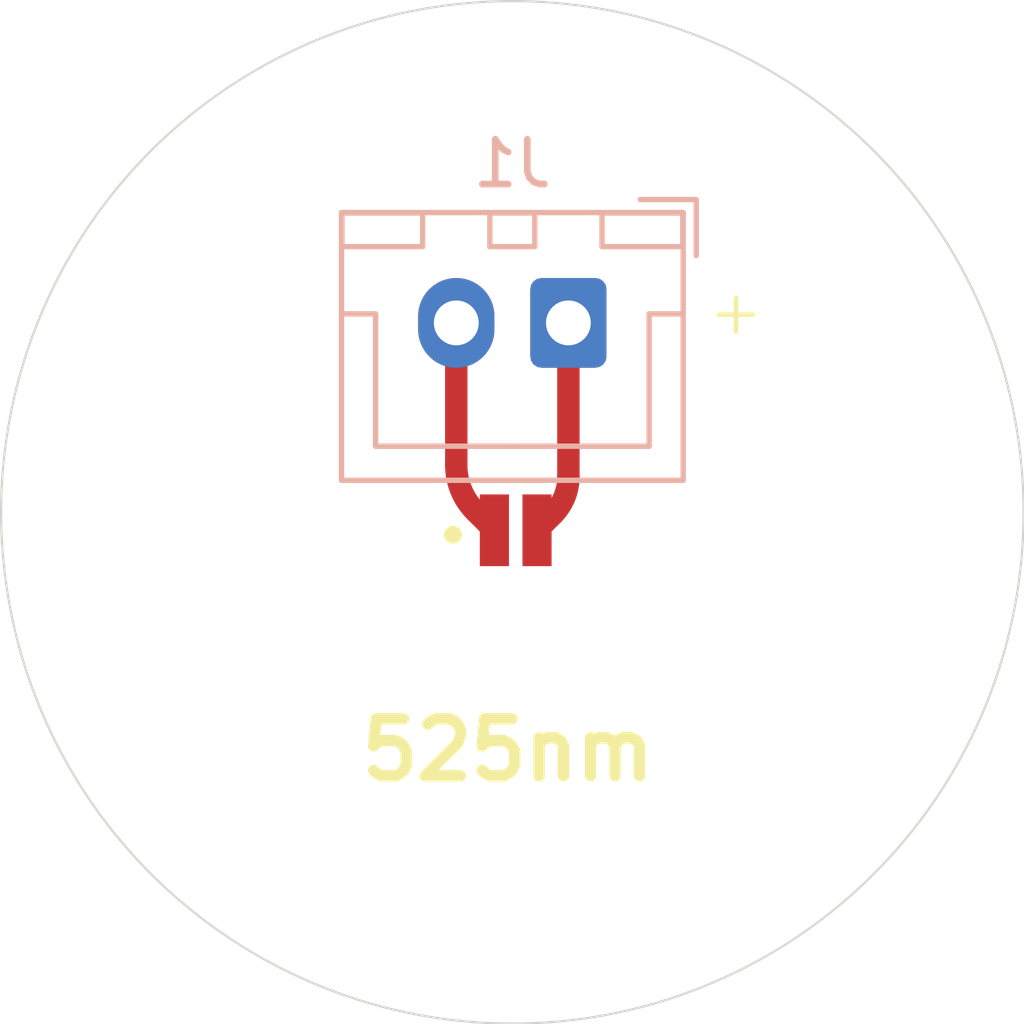
<source format=kicad_pcb>
(kicad_pcb (version 20240108) (generator "pcbnew") (generator_version "8.0")
  (layers (0 "F.Cu" signal) (31 "B.Cu" signal) (34 "B.Paste" user) (35 "F.Paste" user) (36 "B.SilkS" user "B.Silkscreen") (37 "F.SilkS" user "F.Silkscreen") (38 "B.Mask" user) (39 "F.Mask" user) (44 "Edge.Cuts" user))
  (net 0 "")
  (net 1 "Net-(J1-Pin_2)")
  (net 2 "Net-(J1-Pin_1)")
  (footprint "6_wave_stimulator:XQEGRN000000000000B02" (layer "F.Cu") (at 147.975 100.8)
    (property "Reference" "525nm" (at -0.175 4.9 0) (layer "F.SilkS") (effects (font (size 1.27 1.27) (thickness 0.254))))
    (property "Value" "XQEGRN-00-0000-000000B02" (hide yes))
    (fp_line (start -1.5 0.1) (end -1.5 0.1) (stroke (width 0.2)) (layer "F.SilkS"))
    (fp_line (start -1.3 0.1) (end -1.3 0.1) (stroke (width 0.2)) (layer "F.SilkS"))
    (fp_arc (start -1.5 0.1) (mid -1.4 0) (end -1.3 0.1) (stroke (width 0.2)) (layer "F.SilkS"))
    (fp_arc (start -1.3 0.1) (mid -1.4 0.2) (end -1.5 0.1) (stroke (width 0.2)) (layer "F.SilkS"))
    (pad "1" smd rect (at -0.475 0) (size 0.65 1.6) (layers "F.Cu" "F.Paste" "F.Mask") (net 1 "Net-(J1-Pin_2)"))
    (pad "2" smd rect (at 0.475 0) (size 0.65 1.6) (layers "F.Cu" "F.Paste" "F.Mask") (net 2 "Net-(J1-Pin_1)"))
  )
  (footprint "Connector_JST:JST_XH_B2B-XH-A_1x02_P2.50mm_Vertical" (layer "B.Cu") (at 149.15 96.175 180)
    (property "Reference" "J1" (at 1.25 3.55 0) (layer "B.SilkS") (effects (justify mirror)))
    (property "Value" "Conn_01x02_Socket")
    (fp_line (start 5.06 2.46) (end 5.06 -3.51) (stroke (width 0.12)) (layer "B.SilkS"))
    (fp_line (start 5.06 -3.51) (end -2.56 -3.51) (stroke (width 0.12)) (layer "B.SilkS"))
    (fp_line (start 5.05 2.45) (end 5.05 1.7) (stroke (width 0.12)) (layer "B.SilkS"))
    (fp_line (start 5.05 1.7) (end 3.25 1.7) (stroke (width 0.12)) (layer "B.SilkS"))
    (fp_line (start 4.3 0.2) (end 5.05 0.2) (stroke (width 0.12)) (layer "B.SilkS"))
    (fp_line (start 4.3 -2.75) (end 4.3 0.2) (stroke (width 0.12)) (layer "B.SilkS"))
    (fp_line (start 3.25 2.45) (end 5.05 2.45) (stroke (width 0.12)) (layer "B.SilkS"))
    (fp_line (start 3.25 1.7) (end 3.25 2.45) (stroke (width 0.12)) (layer "B.SilkS"))
    (fp_line (start 1.75 2.45) (end 1.75 1.7) (stroke (width 0.12)) (layer "B.SilkS"))
    (fp_line (start 1.75 1.7) (end 0.75 1.7) (stroke (width 0.12)) (layer "B.SilkS"))
    (fp_line (start 1.25 -2.75) (end 4.3 -2.75) (stroke (width 0.12)) (layer "B.SilkS"))
    (fp_line (start 1.25 -2.75) (end -1.8 -2.75) (stroke (width 0.12)) (layer "B.SilkS"))
    (fp_line (start 0.75 2.45) (end 1.75 2.45) (stroke (width 0.12)) (layer "B.SilkS"))
    (fp_line (start 0.75 1.7) (end 0.75 2.45) (stroke (width 0.12)) (layer "B.SilkS"))
    (fp_line (start -0.75 2.45) (end -0.75 1.7) (stroke (width 0.12)) (layer "B.SilkS"))
    (fp_line (start -0.75 1.7) (end -2.55 1.7) (stroke (width 0.12)) (layer "B.SilkS"))
    (fp_line (start -1.8 0.2) (end -2.55 0.2) (stroke (width 0.12)) (layer "B.SilkS"))
    (fp_line (start -1.8 -2.75) (end -1.8 0.2) (stroke (width 0.12)) (layer "B.SilkS"))
    (fp_line (start -2.55 2.45) (end -0.75 2.45) (stroke (width 0.12)) (layer "B.SilkS"))
    (fp_line (start -2.55 1.7) (end -2.55 2.45) (stroke (width 0.12)) (layer "B.SilkS"))
    (fp_line (start -2.56 2.46) (end 5.06 2.46) (stroke (width 0.12)) (layer "B.SilkS"))
    (fp_line (start -2.56 -3.51) (end -2.56 2.46) (stroke (width 0.12)) (layer "B.SilkS"))
    (fp_line (start -2.85 2.75) (end -1.6 2.75) (stroke (width 0.12)) (layer "B.SilkS"))
    (fp_line (start -2.85 1.5) (end -2.85 2.75) (stroke (width 0.12)) (layer "B.SilkS"))
    (pad "1" thru_hole roundrect (at 0 0 180) (size 1.7 2) (drill 1) (layers "*.Cu" "*.Mask") (roundrect_rratio 0.147059) (net 2 "Net-(J1-Pin_1)"))
    (pad "2" thru_hole oval (at 2.5 0 180) (size 1.7 2) (drill 1) (layers "*.Cu" "*.Mask") (net 1 "Net-(J1-Pin_2)"))
  )
  (gr_circle (center 147.9 100.4) (end 159.3 100.4) (stroke (width 0.05)) (fill none) (layer "Edge.Cuts"))
  (gr_text "+\n" (at 152.2 96.5 0) (layer "F.SilkS") (effects (font (size 1 1) (thickness 0.1)) (justify left bottom)))
  (segment (start 146.65 99.348959) (end 146.65 96.175) (width 0.5) (layer "F.Cu") (net 1))
  (segment (start 147.075 100.375) (end 147.5 100.8) (width 0.5) (layer "F.Cu") (net 1))
  (arc (start 146.65 99.348959) (mid 146.760453 99.904248) (end 147.075 100.375) (width 0.5) (layer "F.Cu") (net 1))
  (segment (start 148.8 100.45) (end 148.45 100.8) (width 0.5) (layer "F.Cu") (net 2))
  (segment (start 149.15 99.605025) (end 149.15 96.175) (width 0.5) (layer "F.Cu") (net 2))
  (arc (start 149.15 99.605025) (mid 149.059037 100.062322) (end 148.8 100.45) (width 0.5) (layer "F.Cu") (net 2))
)
</source>
